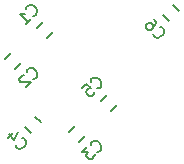
<source format=gbr>
G04 #@! TF.FileFunction,Legend,Bot*
%FSLAX46Y46*%
G04 Gerber Fmt 4.6, Leading zero omitted, Abs format (unit mm)*
G04 Created by KiCad (PCBNEW 4.0.2-stable) date 2016-03-18 오후 4:15:19*
%MOMM*%
G01*
G04 APERTURE LIST*
%ADD10C,0.100000*%
%ADD11C,0.150000*%
G04 APERTURE END LIST*
D10*
D11*
X132030223Y-71210249D02*
X131535249Y-71705223D01*
X132383777Y-72553751D02*
X132878751Y-72058777D01*
X129716777Y-75220751D02*
X130211751Y-74725777D01*
X129363223Y-73877249D02*
X128868249Y-74372223D01*
X135126977Y-81392951D02*
X135621951Y-80897977D01*
X134773423Y-80049449D02*
X134278449Y-80544423D01*
X130544649Y-80085177D02*
X131039623Y-80580151D01*
X131888151Y-79731623D02*
X131393177Y-79236649D01*
X137465823Y-77382449D02*
X136970849Y-77877423D01*
X137819377Y-78725951D02*
X138314351Y-78230977D01*
X142213409Y-70671937D02*
X142708383Y-71166911D01*
X143556911Y-70318383D02*
X143061937Y-69823409D01*
X131233886Y-70673185D02*
X131301229Y-70673185D01*
X131435916Y-70605841D01*
X131503260Y-70538498D01*
X131570604Y-70403810D01*
X131570604Y-70269123D01*
X131536932Y-70168108D01*
X131435917Y-69999750D01*
X131334901Y-69898734D01*
X131166542Y-69797719D01*
X131065527Y-69764047D01*
X130930840Y-69764047D01*
X130796153Y-69831391D01*
X130728809Y-69898734D01*
X130661466Y-70033421D01*
X130661466Y-70100765D01*
X130627794Y-71413963D02*
X131031856Y-71009902D01*
X130829825Y-71211932D02*
X130122719Y-70504825D01*
X130291077Y-70538497D01*
X130425764Y-70538497D01*
X130526779Y-70504825D01*
X131253892Y-76027191D02*
X131321235Y-76027191D01*
X131455922Y-75959847D01*
X131523266Y-75892504D01*
X131590610Y-75757816D01*
X131590610Y-75623129D01*
X131556938Y-75522114D01*
X131455923Y-75353756D01*
X131354907Y-75252740D01*
X131186548Y-75151725D01*
X131085533Y-75118053D01*
X130950846Y-75118053D01*
X130816159Y-75185397D01*
X130748815Y-75252740D01*
X130681472Y-75387427D01*
X130681472Y-75454771D01*
X130412098Y-75724144D02*
X130344755Y-75724144D01*
X130243740Y-75757816D01*
X130075380Y-75926175D01*
X130041709Y-76027191D01*
X130041709Y-76094534D01*
X130075380Y-76195549D01*
X130142724Y-76262893D01*
X130277411Y-76330236D01*
X131085533Y-76330236D01*
X130647800Y-76767969D01*
X136664092Y-82199391D02*
X136731435Y-82199391D01*
X136866122Y-82132047D01*
X136933466Y-82064704D01*
X137000810Y-81930016D01*
X137000810Y-81795329D01*
X136967138Y-81694314D01*
X136866123Y-81525956D01*
X136765107Y-81424940D01*
X136596748Y-81323925D01*
X136495733Y-81290253D01*
X136361046Y-81290253D01*
X136226359Y-81357597D01*
X136159015Y-81424940D01*
X136091672Y-81559627D01*
X136091672Y-81626971D01*
X135788627Y-81795329D02*
X135350893Y-82233062D01*
X135855970Y-82266733D01*
X135754954Y-82367749D01*
X135721282Y-82468764D01*
X135721282Y-82536108D01*
X135754955Y-82637124D01*
X135923313Y-82805482D01*
X136024329Y-82839154D01*
X136091672Y-82839154D01*
X136192687Y-82805482D01*
X136394718Y-82603451D01*
X136428390Y-82502436D01*
X136428390Y-82435093D01*
X129738209Y-81622292D02*
X129738209Y-81689635D01*
X129805553Y-81824322D01*
X129872896Y-81891666D01*
X130007584Y-81959010D01*
X130142271Y-81959010D01*
X130243286Y-81925338D01*
X130411644Y-81824323D01*
X130512660Y-81723307D01*
X130613675Y-81554948D01*
X130647347Y-81453933D01*
X130647347Y-81319246D01*
X130580003Y-81184559D01*
X130512660Y-81117215D01*
X130377973Y-81049872D01*
X130310629Y-81049872D01*
X129536179Y-80612139D02*
X129064774Y-81083544D01*
X129973912Y-80511125D02*
X129637194Y-81184560D01*
X129199461Y-80746827D01*
X136669486Y-76845385D02*
X136736829Y-76845385D01*
X136871516Y-76778041D01*
X136938860Y-76710698D01*
X137006204Y-76576010D01*
X137006204Y-76441323D01*
X136972532Y-76340308D01*
X136871517Y-76171950D01*
X136770501Y-76070934D01*
X136602142Y-75969919D01*
X136501127Y-75936247D01*
X136366440Y-75936247D01*
X136231753Y-76003591D01*
X136164409Y-76070934D01*
X136097066Y-76205621D01*
X136097066Y-76272965D01*
X135389959Y-76845385D02*
X135726677Y-76508667D01*
X136097066Y-76811712D01*
X136029723Y-76811712D01*
X135928707Y-76845384D01*
X135760348Y-77013743D01*
X135726676Y-77114758D01*
X135726676Y-77182102D01*
X135760349Y-77283118D01*
X135928707Y-77451476D01*
X136029723Y-77485148D01*
X136097066Y-77485148D01*
X136198081Y-77451476D01*
X136366440Y-77283117D01*
X136400112Y-77182102D01*
X136400112Y-77114758D01*
X141406969Y-72209052D02*
X141406969Y-72276395D01*
X141474313Y-72411082D01*
X141541656Y-72478426D01*
X141676344Y-72545770D01*
X141811031Y-72545770D01*
X141912046Y-72512098D01*
X142080404Y-72411083D01*
X142181420Y-72310067D01*
X142282435Y-72141708D01*
X142316107Y-72040693D01*
X142316107Y-71906006D01*
X142248763Y-71771319D01*
X142181420Y-71703975D01*
X142046733Y-71636632D01*
X141979389Y-71636632D01*
X141440641Y-70963197D02*
X141575329Y-71097885D01*
X141609000Y-71198900D01*
X141609000Y-71266243D01*
X141575329Y-71434602D01*
X141474314Y-71602960D01*
X141204939Y-71872335D01*
X141103924Y-71906006D01*
X141036581Y-71906006D01*
X140935565Y-71872335D01*
X140800878Y-71737647D01*
X140767206Y-71636632D01*
X140767206Y-71569289D01*
X140800878Y-71468273D01*
X140969236Y-71299915D01*
X141070252Y-71266242D01*
X141137596Y-71266242D01*
X141238611Y-71299914D01*
X141373298Y-71434602D01*
X141406970Y-71535617D01*
X141406970Y-71602960D01*
X141373298Y-71703976D01*
M02*

</source>
